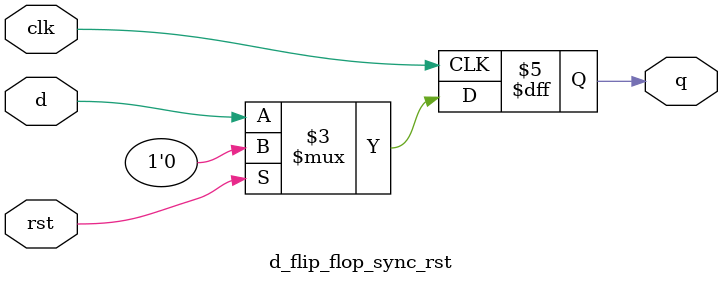
<source format=sv>
module d_flip_flop_sync_rst
(
    input  clk,
    input  rst,
    input  d,
    output logic q
);

    always_ff @ (posedge clk)
        if (rst)
            q <= 1'b0;
        else
            q <= d;

endmodule

</source>
